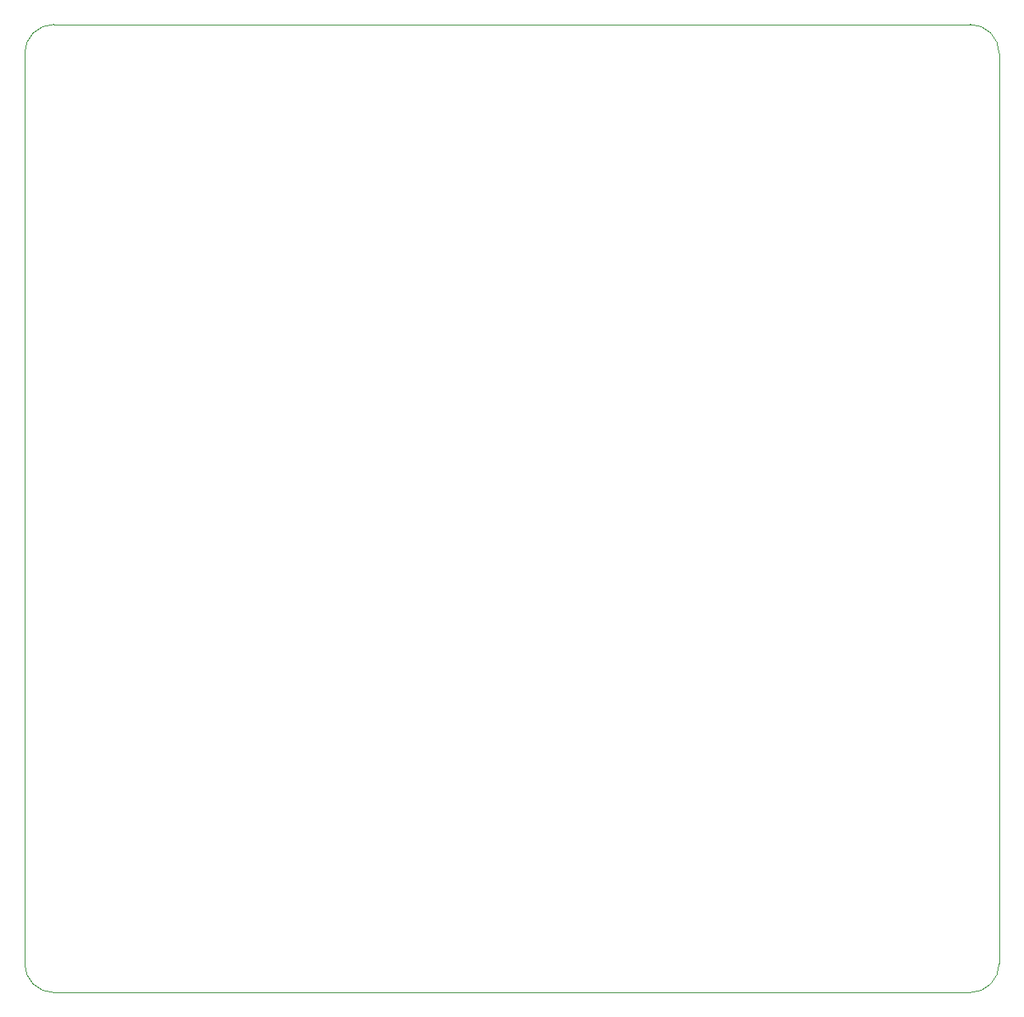
<source format=gbr>
%TF.GenerationSoftware,KiCad,Pcbnew,9.0.0*%
%TF.CreationDate,2025-05-01T20:41:37+02:00*%
%TF.ProjectId,tiny-board,74696e79-2d62-46f6-9172-642e6b696361,1*%
%TF.SameCoordinates,Original*%
%TF.FileFunction,Profile,NP*%
%FSLAX46Y46*%
G04 Gerber Fmt 4.6, Leading zero omitted, Abs format (unit mm)*
G04 Created by KiCad (PCBNEW 9.0.0) date 2025-05-01 20:41:37*
%MOMM*%
%LPD*%
G01*
G04 APERTURE LIST*
%TA.AperFunction,Profile*%
%ADD10C,0.050000*%
%TD*%
G04 APERTURE END LIST*
D10*
X149860000Y-147495000D02*
G75*
G02*
X146860000Y-150495000I-3000000J0D01*
G01*
X149860000Y-53800000D02*
X149860000Y-147495000D01*
X49530000Y-53800000D02*
G75*
G02*
X52530000Y-50800000I3000000J0D01*
G01*
X52530000Y-50800000D02*
X146860000Y-50800000D01*
X49530000Y-147495000D02*
X49530000Y-53800000D01*
X146860000Y-150495000D02*
X52530000Y-150495000D01*
X146860000Y-50800000D02*
G75*
G02*
X149860000Y-53800000I0J-3000000D01*
G01*
X52530000Y-150495000D02*
G75*
G02*
X49530000Y-147495000I0J3000000D01*
G01*
M02*

</source>
